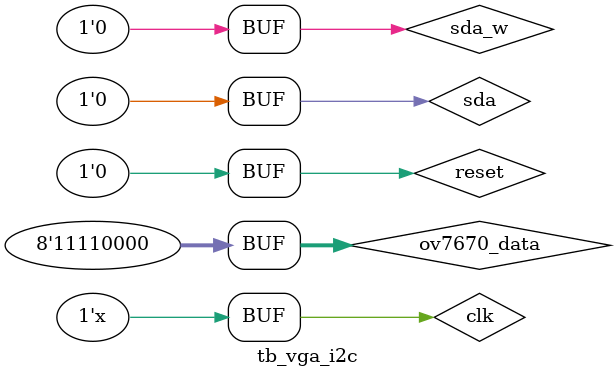
<source format=sv>
`timescale 1ns / 1ps



module tb_vga_i2c ();

    logic        clk;
    logic        reset;
    logic        ov7670_xclk;  //20Mhz
    logic        ov7670_pclk;
    logic        ov7670_href;
    logic        ov7670_v_sync;
    logic [ 7:0] ov7670_data;
    logic        scl;
    wire         sda;
    logic        h_sync;
    logic        v_sync;
    logic [11:0] vga_port;

    assign sda = 0;

    VGA_I2C_ISP DUT (
        .clk(clk),
        .reset(reset),
        .ov7670_xclk(ov7670_xclk),  //20Mhz
        .ov7670_pclk(ov7670_pclk),
        .ov7670_href(ov7670_href),
        .ov7670_v_sync(ov7670_v_sync),
        .ov7670_data(ov7670_data),
        .scl(scl),
        .sda(sda),
        .h_sync(h_sync),
        .v_sync(v_sync),
        .vga_port(vga_port)
    );
    logic sda_w;
    assign sda_w = 0;
    assign sda   = sda_w;

    always #1 clk = ~clk;

    initial begin
        #00 clk = 0;
        reset = 1; ov7670_data =16'hf0f0;
        #10 reset = 0;

    end
endmodule

</source>
